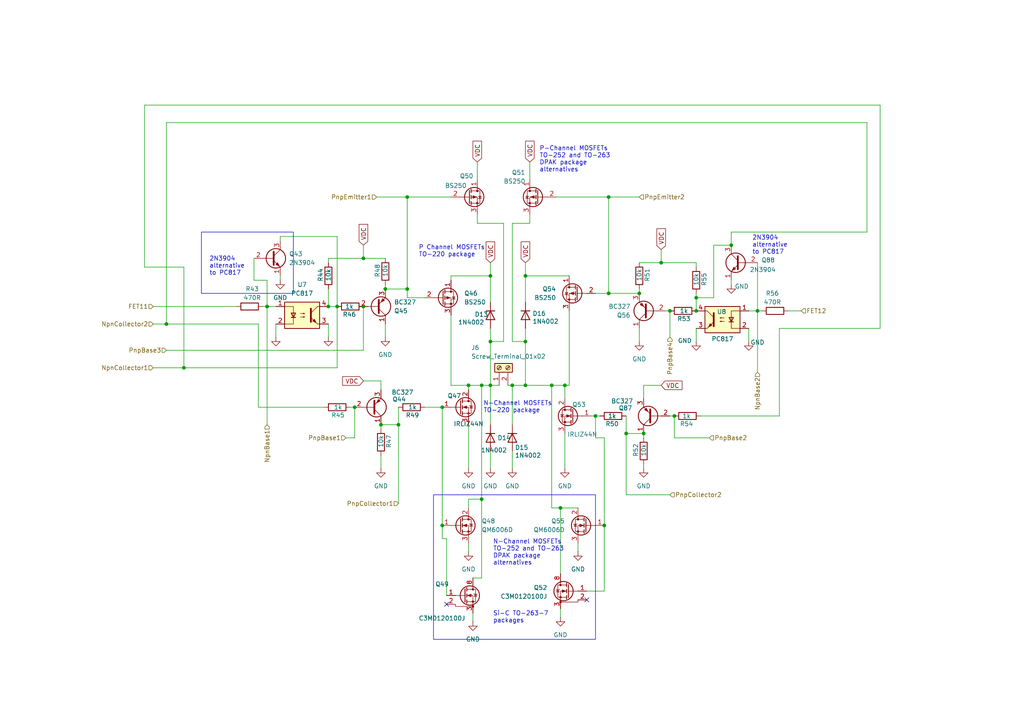
<source format=kicad_sch>
(kicad_sch (version 20250114) (generator "eeschema") (generator_version "9.0")
  (paper "A4")
  (lib_symbols
    (symbol "Connector:Screw_Terminal_01x02" (pin_names (offset 1.016) (hide yes))
      (property "Reference" "J" (at 0 2.54 0))
      (property "Value" "Screw_Terminal_01x02" (at 0 -5.08 0))
      (symbol "Screw_Terminal_01x02_1_1"
        (rectangle (start -1.27 1.27) (end 1.27 -3.81) (stroke (width 0.254)) (fill (type background)))
        (polyline (pts (xy -0.5334 0.3302) (xy 0.3302 -0.508)) (stroke (width 0.1524)))
        (polyline (pts (xy -0.5334 -2.2098) (xy 0.3302 -3.048)) (stroke (width 0.1524)))
        (polyline (pts (xy -0.3556 0.508) (xy 0.508 -0.3302)) (stroke (width 0.1524)))
        (polyline (pts (xy -0.3556 -2.032) (xy 0.508 -2.8702)) (stroke (width 0.1524)))
        (circle (center 0 0) (radius 0.635) (stroke (width 0.1524)))
        (circle (center 0 -2.54) (radius 0.635) (stroke (width 0.1524)))
        (pin passive line (at -5.08 0 0) (length 3.81) (name "Pin_1") (number "1"))
        (pin passive line (at -5.08 -2.54 0) (length 3.81) (name "Pin_2") (number "2"))
      )
    )
    (symbol "Device:R" (pin_numbers (hide yes)) (pin_names (offset 0))
      (property "Reference" "R" (at 2.032 0 90))
      (property "Value" "R" (at 0 0 90))
      (symbol "R_0_1"
        (rectangle (start -1.016 -2.54) (end 1.016 2.54) (stroke (width 0.254)))
      )
      (symbol "R_1_1"
        (pin passive line (at 0 3.81 270) (length 1.27) (name "~") (number "1"))
        (pin passive line (at 0 -3.81 90) (length 1.27) (name "~") (number "2"))
      )
    )
    (symbol "Diode:1N4002" (pin_numbers (hide yes)) (pin_names (hide yes))
      (property "Reference" "D" (at 0 2.54 0))
      (property "Value" "1N4002" (at 0 -2.54 0))
      (symbol "1N4002_0_1"
        (polyline (pts (xy -1.27 1.27) (xy -1.27 -1.27)) (stroke (width 0.254)))
        (polyline (pts (xy 1.27 1.27) (xy 1.27 -1.27) (xy -1.27 0) (xy 1.27 1.27)) (stroke (width 0.254)))
        (polyline (pts (xy 1.27 0) (xy -1.27 0)))
      )
      (symbol "1N4002_1_1"
        (pin passive line (at -3.81 0 0) (length 2.54) (name "K") (number "1"))
        (pin passive line (at 3.81 0 180) (length 2.54) (name "A") (number "2"))
      )
    )
    (symbol "Isolator:PC817" (pin_names (offset 1.016))
      (property "Reference" "U" (at -5.08 5.08 0))
      (property "Value" "PC817" (at 0 5.08 0))
      (symbol "PC817_0_1"
        (rectangle (start -5.08 3.81) (end 5.08 -3.81) (stroke (width 0.254)) (fill (type background)))
        (polyline (pts (xy -5.08 2.54) (xy -2.54 2.54) (xy -2.54 -0.635)))
        (polyline (pts (xy -3.175 -0.635) (xy -1.905 -0.635)) (stroke (width 0.254)))
        (polyline (pts (xy -2.54 -0.635) (xy -2.54 -2.54) (xy -5.08 -2.54)))
        (polyline (pts (xy -2.54 -0.635) (xy -3.175 0.635) (xy -1.905 0.635) (xy -2.54 -0.635)) (stroke (width 0.254)))
        (polyline (pts (xy -0.508 0.508) (xy 0.762 0.508) (xy 0.381 0.381) (xy 0.381 0.635) (xy 0.762 0.508)))
        (polyline (pts (xy -0.508 -0.508) (xy 0.762 -0.508) (xy 0.381 -0.635) (xy 0.381 -0.381) (xy 0.762 -0.508)))
        (polyline (pts (xy 2.54 1.905) (xy 2.54 -1.905) (xy 2.54 -1.905)) (stroke (width 0.508)))
        (polyline (pts (xy 2.54 0.635) (xy 4.445 2.54)))
        (polyline (pts (xy 3.048 -1.651) (xy 3.556 -1.143) (xy 4.064 -2.159) (xy 3.048 -1.651) (xy 3.048 -1.651)) (fill (type outline)))
        (polyline (pts (xy 4.445 2.54) (xy 5.08 2.54)))
        (polyline (pts (xy 4.445 -2.54) (xy 2.54 -0.635)) (fill (type outline)))
        (polyline (pts (xy 4.445 -2.54) (xy 5.08 -2.54)))
      )
      (symbol "PC817_1_1"
        (pin passive line (at -7.62 2.54 0) (length 2.54) (name "~") (number "1"))
        (pin passive line (at -7.62 -2.54 0) (length 2.54) (name "~") (number "2"))
        (pin passive line (at 7.62 2.54 180) (length 2.54) (name "~") (number "4"))
        (pin passive line (at 7.62 -2.54 180) (length 2.54) (name "~") (number "3"))
      )
    )
    (symbol "Transistor_BJT:2N3904" (pin_names (offset 0) (hide yes))
      (property "Reference" "Q" (at 5.08 1.905 0))
      (property "Value" "2N3904" (at 5.08 0 0))
      (symbol "2N3904_0_1"
        (polyline (pts (xy -2.54 0) (xy 0.635 0)))
        (polyline (pts (xy 0.635 1.905) (xy 0.635 -1.905)) (stroke (width 0.508)))
        (circle (center 1.27 0) (radius 2.8194) (stroke (width 0.254)))
      )
      (symbol "2N3904_1_1"
        (polyline (pts (xy 0.635 0.635) (xy 2.54 2.54)))
        (polyline (pts (xy 0.635 -0.635) (xy 2.54 -2.54)))
        (polyline (pts (xy 1.27 -1.778) (xy 1.778 -1.27) (xy 2.286 -2.286) (xy 1.27 -1.778)) (fill (type outline)))
        (pin input line (at -5.08 0 0) (length 2.54) (name "B") (number "2"))
        (pin passive line (at 2.54 5.08 270) (length 2.54) (name "C") (number "3"))
        (pin passive line (at 2.54 -5.08 90) (length 2.54) (name "E") (number "1"))
      )
    )
    (symbol "Transistor_BJT:BC327" (pin_names (offset 0) (hide yes))
      (property "Reference" "Q" (at 5.08 1.905 0))
      (property "Value" "BC327" (at 5.08 0 0))
      (symbol "BC327_0_1"
        (polyline (pts (xy -2.54 0) (xy 0.635 0)))
        (polyline (pts (xy 0.635 1.905) (xy 0.635 -1.905)) (stroke (width 0.508)))
        (polyline (pts (xy 0.635 0.635) (xy 2.54 2.54)))
        (polyline (pts (xy 0.635 -0.635) (xy 2.54 -2.54)))
        (circle (center 1.27 0) (radius 2.8194) (stroke (width 0.254)))
        (polyline (pts (xy 2.286 -1.778) (xy 1.778 -2.286) (xy 1.27 -1.27) (xy 2.286 -1.778)) (fill (type outline)))
      )
      (symbol "BC327_1_1"
        (pin input line (at -5.08 0 0) (length 2.54) (name "B") (number "2"))
        (pin passive line (at 2.54 5.08 270) (length 2.54) (name "C") (number "1"))
        (pin passive line (at 2.54 -5.08 90) (length 2.54) (name "E") (number "3"))
      )
    )
    (symbol "Transistor_FET:BS250" (pin_names (hide yes))
      (property "Reference" "Q" (at 5.08 1.905 0))
      (property "Value" "BS250" (at 5.08 0 0))
      (symbol "BS250_0_1"
        (polyline (pts (xy 0.254 1.905) (xy 0.254 -1.905)) (stroke (width 0.254)))
        (polyline (pts (xy 0.254 0) (xy -2.54 0)))
        (polyline (pts (xy 0.762 2.286) (xy 0.762 1.27)) (stroke (width 0.254)))
        (polyline (pts (xy 0.762 1.778) (xy 3.302 1.778) (xy 3.302 -1.778) (xy 0.762 -1.778)))
        (polyline (pts (xy 0.762 0.508) (xy 0.762 -0.508)) (stroke (width 0.254)))
        (polyline (pts (xy 0.762 -1.27) (xy 0.762 -2.286)) (stroke (width 0.254)))
        (circle (center 1.651 0) (radius 2.794) (stroke (width 0.254)))
        (polyline (pts (xy 2.286 0) (xy 1.27 0.381) (xy 1.27 -0.381) (xy 2.286 0)) (fill (type outline)))
        (polyline (pts (xy 2.54 2.54) (xy 2.54 1.778)))
        (circle (center 2.54 1.778) (radius 0.254) (fill (type outline)))
        (circle (center 2.54 -1.778) (radius 0.254) (fill (type outline)))
        (polyline (pts (xy 2.54 -2.54) (xy 2.54 0) (xy 0.762 0)))
        (polyline (pts (xy 2.794 -0.508) (xy 2.921 -0.381) (xy 3.683 -0.381) (xy 3.81 -0.254)))
        (polyline (pts (xy 3.302 -0.381) (xy 2.921 0.254) (xy 3.683 0.254) (xy 3.302 -0.381)))
      )
      (symbol "BS250_1_1"
        (pin input line (at -5.08 0 0) (length 2.54) (name "G") (number "2"))
        (pin passive line (at 2.54 5.08 270) (length 2.54) (name "D") (number "1"))
        (pin passive line (at 2.54 -5.08 90) (length 2.54) (name "S") (number "3"))
      )
    )
    (symbol "Transistor_FET:C3M0120100J" (pin_names (hide yes))
      (property "Reference" "Q" (at 5.08 1.905 0))
      (property "Value" "C3M0120100J" (at 5.08 0 0))
      (symbol "C3M0120100J_0_1"
        (polyline (pts (xy -2.54 -2.54) (xy -2.54 -3.175) (xy 2.54 -3.175)))
        (polyline (pts (xy 0.254 1.905) (xy 0.254 -1.905)) (stroke (width 0.254)))
        (polyline (pts (xy 0.254 0) (xy -2.54 0)))
        (polyline (pts (xy 0.762 2.286) (xy 0.762 1.27)) (stroke (width 0.254)))
        (polyline (pts (xy 0.762 0.508) (xy 0.762 -0.508)) (stroke (width 0.254)))
        (polyline (pts (xy 0.762 -1.27) (xy 0.762 -2.286)) (stroke (width 0.254)))
        (polyline (pts (xy 0.762 -1.778) (xy 3.302 -1.778) (xy 3.302 1.778) (xy 0.762 1.778)))
        (polyline (pts (xy 1.016 0) (xy 2.032 0.381) (xy 2.032 -0.381) (xy 1.016 0)) (fill (type outline)))
        (circle (center 1.651 0) (radius 2.794) (stroke (width 0.254)))
        (polyline (pts (xy 2.54 2.54) (xy 2.54 1.778)))
        (circle (center 2.54 1.778) (radius 0.254) (fill (type outline)))
        (circle (center 2.54 -1.778) (radius 0.254) (fill (type outline)))
        (polyline (pts (xy 2.54 -2.54) (xy 2.54 0) (xy 0.762 0)))
        (circle (center 2.54 -3.175) (radius 0.2794) (fill (type outline)))
        (polyline (pts (xy 2.794 0.508) (xy 2.921 0.381) (xy 3.683 0.381) (xy 3.81 0.254)))
        (polyline (pts (xy 3.302 0.381) (xy 2.921 -0.254) (xy 3.683 -0.254) (xy 3.302 0.381)))
      )
      (symbol "C3M0120100J_1_1"
        (pin input line (at -5.08 0 0) (length 2.54) (name "G") (number "1"))
        (pin passive line (at -5.08 -2.54 0) (length 2.54) (name "DS") (number "2"))
        (pin passive line (at 2.54 5.08 270) (length 2.54) (name "D") (number "8"))
        (pin passive line (at 2.54 -5.08 90) (length 2.54) (name "S") (number "3"))
        (pin passive line (at 2.54 -5.08 90) (length 2.54) (hide yes) (name "S") (number "4"))
        (pin passive line (at 2.54 -5.08 90) (length 2.54) (hide yes) (name "S") (number "5"))
        (pin passive line (at 2.54 -5.08 90) (length 2.54) (hide yes) (name "S") (number "6"))
        (pin passive line (at 2.54 -5.08 90) (length 2.54) (hide yes) (name "S") (number "7"))
      )
    )
    (symbol "Transistor_FET:IRLIZ44N" (pin_names (hide yes))
      (property "Reference" "Q" (at 5.08 1.905 0))
      (property "Value" "IRLIZ44N" (at 5.08 0 0))
      (symbol "IRLIZ44N_0_1"
        (polyline (pts (xy 0.254 1.905) (xy 0.254 -1.905)) (stroke (width 0.254)))
        (polyline (pts (xy 0.254 0) (xy -2.54 0)))
        (polyline (pts (xy 0.762 2.286) (xy 0.762 1.27)) (stroke (width 0.254)))
        (polyline (pts (xy 0.762 0.508) (xy 0.762 -0.508)) (stroke (width 0.254)))
        (polyline (pts (xy 0.762 -1.27) (xy 0.762 -2.286)) (stroke (width 0.254)))
        (polyline (pts (xy 0.762 -1.778) (xy 3.302 -1.778) (xy 3.302 1.778) (xy 0.762 1.778)))
        (polyline (pts (xy 1.016 0) (xy 2.032 0.381) (xy 2.032 -0.381) (xy 1.016 0)) (fill (type outline)))
        (circle (center 1.651 0) (radius 2.794) (stroke (width 0.254)))
        (polyline (pts (xy 2.54 2.54) (xy 2.54 1.778)))
        (circle (center 2.54 1.778) (radius 0.254) (fill (type outline)))
        (circle (center 2.54 -1.778) (radius 0.254) (fill (type outline)))
        (polyline (pts (xy 2.54 -2.54) (xy 2.54 0) (xy 0.762 0)))
        (polyline (pts (xy 2.794 0.508) (xy 2.921 0.381) (xy 3.683 0.381) (xy 3.81 0.254)))
        (polyline (pts (xy 3.302 0.381) (xy 2.921 -0.254) (xy 3.683 -0.254) (xy 3.302 0.381)))
      )
      (symbol "IRLIZ44N_1_1"
        (pin input line (at -5.08 0 0) (length 2.54) (name "G") (number "1"))
        (pin passive line (at 2.54 5.08 270) (length 2.54) (name "D") (number "2"))
        (pin passive line (at 2.54 -5.08 90) (length 2.54) (name "S") (number "3"))
      )
    )
    (symbol "Transistor_FET:QM6006D" (pin_names (hide yes))
      (property "Reference" "Q" (at 5.08 1.905 0))
      (property "Value" "QM6006D" (at 5.08 0 0))
      (symbol "QM6006D_0_1"
        (polyline (pts (xy 0.254 1.905) (xy 0.254 -1.905)) (stroke (width 0.254)))
        (polyline (pts (xy 0.254 0) (xy -2.54 0)))
        (polyline (pts (xy 0.762 2.286) (xy 0.762 1.27)) (stroke (width 0.254)))
        (polyline (pts (xy 0.762 0.508) (xy 0.762 -0.508)) (stroke (width 0.254)))
        (polyline (pts (xy 0.762 -1.27) (xy 0.762 -2.286)) (stroke (width 0.254)))
        (polyline (pts (xy 0.762 -1.778) (xy 3.302 -1.778) (xy 3.302 1.778) (xy 0.762 1.778)))
        (polyline (pts (xy 1.016 0) (xy 2.032 0.381) (xy 2.032 -0.381) (xy 1.016 0)) (fill (type outline)))
        (circle (center 1.651 0) (radius 2.794) (stroke (width 0.254)))
        (polyline (pts (xy 2.54 2.54) (xy 2.54 1.778)))
        (circle (center 2.54 1.778) (radius 0.254) (fill (type outline)))
        (circle (center 2.54 -1.778) (radius 0.254) (fill (type outline)))
        (polyline (pts (xy 2.54 -2.54) (xy 2.54 0) (xy 0.762 0)))
        (polyline (pts (xy 2.794 0.508) (xy 2.921 0.381) (xy 3.683 0.381) (xy 3.81 0.254)))
        (polyline (pts (xy 3.302 0.381) (xy 2.921 -0.254) (xy 3.683 -0.254) (xy 3.302 0.381)))
      )
      (symbol "QM6006D_1_1"
        (pin input line (at -5.08 0 0) (length 2.54) (name "G") (number "1"))
        (pin passive line (at 2.54 5.08 270) (length 2.54) (name "D") (number "2"))
        (pin passive line (at 2.54 -5.08 90) (length 2.54) (name "S") (number "3"))
      )
    )
    (symbol "power:GND" (power) (pin_numbers (hide yes)) (pin_names (offset 0) (hide yes))
      (property "Value" "GND" (at 0 -3.81 0))
      (symbol "GND_0_1"
        (polyline (pts (xy 0 0) (xy 0 -1.27) (xy 1.27 -1.27) (xy 0 -2.54) (xy -1.27 -1.27) (xy 0 -1.27)))
      )
      (symbol "GND_1_1"
        (pin power_in line (at 0 0 270) (length 0) (name "~") (number "1"))
      )
    )
  )
  (rectangle (start 58.42 67.31) (end 85.09 85.09))
  (rectangle (start 125.73 143.51) (end 172.72 185.42))
  (text "P Channel MOSFETs\nTO-220 package" (at 121.412 72.898 0) (effects (font (size 1.27 1.27)) (justify left)))
  (text "2N3904 \nalternative\nto PC817" (at 60.706 77.216 0) (effects (font (size 1.27 1.27)) (justify left)))
  (text "Si-C TO-263-7\npackages" (at 143.002 179.07 0) (effects (font (size 1.27 1.27)) (justify left)))
  (text "N-Channel MOSFETs\nTO-220 package" (at 140.208 118.11 0) (effects (font (size 1.27 1.27)) (justify left)))
  (text "P-Channel MOSFETs\nTO-252 and TO-263\nDPAK package \nalternatives" (at 156.464 46.228 0) (effects (font (size 1.27 1.27)) (justify left)))
  (text "N-Channel MOSFETs\nTO-252 and TO-263\nDPAK package \nalternatives" (at 143.002 160.274 0) (effects (font (size 1.27 1.27)) (justify left)))
  (text "2N3904 \nalternative\nto PC817" (at 218.186 71.12 0) (effects (font (size 1.27 1.27)) (justify left)))
  (junction (at 111.76 83.82))
  (junction (at 115.57 123.19))
  (junction (at 110.49 123.19))
  (junction (at 176.53 57.15))
  (junction (at 162.56 147.32))
  (junction (at 152.4 99.06))
  (junction (at 201.93 86.36))
  (junction (at 194.31 90.17))
  (junction (at 152.4 80.01))
  (junction (at 118.11 83.82))
  (junction (at 105.41 74.93))
  (junction (at 176.53 85.09))
  (junction (at 139.7 111.76))
  (junction (at 185.42 85.09))
  (junction (at 102.87 118.11))
  (junction (at 195.58 120.65))
  (junction (at 142.24 111.76))
  (junction (at 128.27 152.4))
  (junction (at 201.93 90.17))
  (junction (at 97.79 88.9))
  (junction (at 48.26 93.98))
  (junction (at 160.02 111.76))
  (junction (at 181.61 125.73))
  (junction (at 135.89 111.76))
  (junction (at 105.41 88.9))
  (junction (at 118.11 57.15))
  (junction (at 142.24 99.06))
  (junction (at 191.77 76.2))
  (junction (at 148.59 111.76))
  (junction (at 175.26 152.4))
  (junction (at 142.24 80.01))
  (junction (at 139.7 144.78))
  (junction (at 77.47 88.9))
  (junction (at 53.34 106.68))
  (junction (at 219.71 90.17))
  (junction (at 163.83 111.76))
  (junction (at 172.72 120.65))
  (junction (at 186.69 125.73))
  (junction (at 152.4 111.76))
  (junction (at 212.09 71.12))
  (junction (at 95.25 88.9))
  (junction (at 128.27 118.11))
  (no_connect (at 170.18 173.99))
  (no_connect (at 129.54 175.26))
  (wire (pts (xy 115.57 118.11) (xy 115.57 123.19)))
  (wire (pts (xy 212.09 67.31) (xy 251.46 67.31)))
  (wire (pts (xy 163.83 115.57) (xy 163.83 111.76)))
  (wire (pts (xy 130.81 111.76) (xy 135.89 111.76)))
  (wire (pts (xy 220.98 90.17) (xy 219.71 90.17)))
  (wire (pts (xy 138.43 62.23) (xy 138.43 64.77)))
  (wire (pts (xy 146.05 64.77) (xy 146.05 99.06)))
  (wire (pts (xy 142.24 80.01) (xy 142.24 87.63)))
  (wire (pts (xy 226.06 120.65) (xy 203.2 120.65)))
  (wire (pts (xy 137.16 177.8) (xy 137.16 180.34)))
  (wire (pts (xy 95.25 74.93) (xy 105.41 74.93)))
  (wire (pts (xy 162.56 176.53) (xy 162.56 179.07)))
  (wire (pts (xy 77.47 81.28) (xy 77.47 88.9)))
  (wire (pts (xy 152.4 80.01) (xy 165.1 80.01)))
  (wire (pts (xy 105.41 88.9) (xy 104.14 88.9)))
  (wire (pts (xy 41.91 77.47) (xy 53.34 77.47)))
  (wire (pts (xy 171.45 120.65) (xy 172.72 120.65)))
  (wire (pts (xy 135.89 123.19) (xy 135.89 135.89)))
  (wire (pts (xy 110.49 123.19) (xy 110.49 124.46)))
  (wire (pts (xy 74.93 93.98) (xy 48.26 93.98)))
  (wire (pts (xy 105.41 74.93) (xy 111.76 74.93)))
  (wire (pts (xy 162.56 166.37) (xy 162.56 147.32)))
  (wire (pts (xy 251.46 67.31) (xy 251.46 35.56)))
  (wire (pts (xy 130.81 80.01) (xy 142.24 80.01)))
  (wire (pts (xy 97.79 68.58) (xy 97.79 88.9)))
  (wire (pts (xy 212.09 67.31) (xy 212.09 71.12)))
  (wire (pts (xy 139.7 144.78) (xy 139.7 111.76)))
  (wire (pts (xy 195.58 127) (xy 195.58 120.65)))
  (wire (pts (xy 175.26 127) (xy 172.72 127)))
  (wire (pts (xy 228.6 90.17) (xy 232.41 90.17)))
  (wire (pts (xy 118.11 57.15) (xy 130.81 57.15)))
  (wire (pts (xy 48.26 93.98) (xy 44.45 93.98)))
  (wire (pts (xy 175.26 152.4) (xy 175.26 127)))
  (wire (pts (xy 105.41 110.49) (xy 110.49 110.49)))
  (wire (pts (xy 176.53 85.09) (xy 185.42 85.09)))
  (wire (pts (xy 130.81 91.44) (xy 130.81 111.76)))
  (wire (pts (xy 128.27 156.21) (xy 128.27 152.4)))
  (wire (pts (xy 102.87 127) (xy 102.87 118.11)))
  (wire (pts (xy 255.27 95.25) (xy 255.27 30.48)))
  (wire (pts (xy 135.89 111.76) (xy 135.89 113.03)))
  (wire (pts (xy 185.42 95.25) (xy 185.42 99.06)))
  (wire (pts (xy 186.69 125.73) (xy 186.69 127)))
  (wire (pts (xy 148.59 64.77) (xy 148.59 99.06)))
  (wire (pts (xy 255.27 30.48) (xy 41.91 30.48)))
  (wire (pts (xy 194.31 143.51) (xy 181.61 143.51)))
  (wire (pts (xy 135.89 144.78) (xy 139.7 144.78)))
  (wire (pts (xy 160.02 147.32) (xy 162.56 147.32)))
  (wire (pts (xy 97.79 88.9) (xy 95.25 88.9)))
  (wire (pts (xy 212.09 82.55) (xy 212.09 81.28)))
  (wire (pts (xy 110.49 132.08) (xy 110.49 135.89)))
  (wire (pts (xy 191.77 76.2) (xy 185.42 76.2)))
  (wire (pts (xy 186.69 134.62) (xy 186.69 135.89)))
  (wire (pts (xy 251.46 35.56) (xy 48.26 35.56)))
  (wire (pts (xy 201.93 95.25) (xy 201.93 99.06)))
  (wire (pts (xy 109.22 57.15) (xy 118.11 57.15)))
  (wire (pts (xy 118.11 83.82) (xy 111.76 83.82)))
  (wire (pts (xy 165.1 111.76) (xy 163.83 111.76)))
  (wire (pts (xy 142.24 111.76) (xy 139.7 111.76)))
  (wire (pts (xy 48.26 35.56) (xy 48.26 93.98)))
  (wire (pts (xy 172.72 85.09) (xy 176.53 85.09)))
  (wire (pts (xy 118.11 86.36) (xy 123.19 86.36)))
  (wire (pts (xy 201.93 77.47) (xy 201.93 76.2)))
  (wire (pts (xy 144.78 111.76) (xy 142.24 111.76)))
  (wire (pts (xy 142.24 130.81) (xy 142.24 135.89)))
  (wire (pts (xy 163.83 111.76) (xy 160.02 111.76)))
  (wire (pts (xy 95.25 76.2) (xy 95.25 74.93)))
  (wire (pts (xy 175.26 171.45) (xy 175.26 152.4)))
  (wire (pts (xy 135.89 157.48) (xy 135.89 160.02)))
  (wire (pts (xy 80.01 93.98) (xy 80.01 97.79)))
  (wire (pts (xy 148.59 130.81) (xy 148.59 135.89)))
  (wire (pts (xy 176.53 57.15) (xy 185.42 57.15)))
  (wire (pts (xy 100.33 127) (xy 102.87 127)))
  (wire (pts (xy 152.4 80.01) (xy 152.4 87.63)))
  (wire (pts (xy 95.25 83.82) (xy 95.25 88.9)))
  (wire (pts (xy 207.01 71.12) (xy 212.09 71.12)))
  (wire (pts (xy 44.45 106.68) (xy 53.34 106.68)))
  (wire (pts (xy 153.67 64.77) (xy 153.67 62.23)))
  (wire (pts (xy 138.43 64.77) (xy 146.05 64.77)))
  (wire (pts (xy 105.41 101.6) (xy 105.41 88.9)))
  (wire (pts (xy 123.19 118.11) (xy 128.27 118.11)))
  (wire (pts (xy 201.93 85.09) (xy 201.93 86.36)))
  (wire (pts (xy 162.56 147.32) (xy 167.64 147.32)))
  (wire (pts (xy 73.66 74.93) (xy 73.66 81.28)))
  (wire (pts (xy 226.06 95.25) (xy 255.27 95.25)))
  (wire (pts (xy 217.17 90.17) (xy 219.71 90.17)))
  (wire (pts (xy 172.72 127) (xy 172.72 120.65)))
  (wire (pts (xy 201.93 86.36) (xy 201.93 90.17)))
  (wire (pts (xy 194.31 90.17) (xy 193.04 90.17)))
  (wire (pts (xy 181.61 120.65) (xy 181.61 125.73)))
  (wire (pts (xy 139.7 144.78) (xy 139.7 167.64)))
  (wire (pts (xy 95.25 93.98) (xy 95.25 97.79)))
  (wire (pts (xy 152.4 99.06) (xy 152.4 111.76)))
  (wire (pts (xy 219.71 107.95) (xy 219.71 90.17)))
  (wire (pts (xy 217.17 95.25) (xy 217.17 99.06)))
  (wire (pts (xy 129.54 156.21) (xy 128.27 156.21)))
  (wire (pts (xy 128.27 118.11) (xy 128.27 152.4)))
  (wire (pts (xy 181.61 143.51) (xy 181.61 125.73)))
  (wire (pts (xy 111.76 93.98) (xy 111.76 97.79)))
  (wire (pts (xy 160.02 111.76) (xy 160.02 147.32)))
  (wire (pts (xy 191.77 111.76) (xy 186.69 111.76)))
  (wire (pts (xy 110.49 110.49) (xy 110.49 113.03)))
  (wire (pts (xy 111.76 82.55) (xy 111.76 83.82)))
  (wire (pts (xy 201.93 76.2) (xy 191.77 76.2)))
  (wire (pts (xy 148.59 111.76) (xy 148.59 123.19)))
  (wire (pts (xy 142.24 95.25) (xy 142.24 99.06)))
  (wire (pts (xy 176.53 57.15) (xy 176.53 85.09)))
  (wire (pts (xy 148.59 99.06) (xy 152.4 99.06)))
  (wire (pts (xy 81.28 68.58) (xy 81.28 69.85)))
  (wire (pts (xy 163.83 125.73) (xy 163.83 135.89)))
  (wire (pts (xy 105.41 71.12) (xy 105.41 74.93)))
  (wire (pts (xy 207.01 86.36) (xy 207.01 71.12)))
  (wire (pts (xy 81.28 80.01) (xy 81.28 81.28)))
  (wire (pts (xy 73.66 81.28) (xy 77.47 81.28)))
  (wire (pts (xy 74.93 118.11) (xy 93.98 118.11)))
  (wire (pts (xy 219.71 76.2) (xy 219.71 90.17)))
  (wire (pts (xy 170.18 171.45) (xy 175.26 171.45)))
  (wire (pts (xy 129.54 172.72) (xy 129.54 156.21)))
  (wire (pts (xy 97.79 106.68) (xy 97.79 88.9)))
  (wire (pts (xy 191.77 72.39) (xy 191.77 76.2)))
  (wire (pts (xy 139.7 111.76) (xy 135.89 111.76)))
  (wire (pts (xy 172.72 120.65) (xy 173.99 120.65)))
  (wire (pts (xy 152.4 76.2) (xy 152.4 80.01)))
  (wire (pts (xy 142.24 99.06) (xy 142.24 111.76)))
  (wire (pts (xy 153.67 46.99) (xy 153.67 52.07)))
  (wire (pts (xy 130.81 80.01) (xy 130.81 81.28)))
  (wire (pts (xy 41.91 30.48) (xy 41.91 77.47)))
  (wire (pts (xy 53.34 77.47) (xy 53.34 106.68)))
  (wire (pts (xy 186.69 111.76) (xy 186.69 115.57)))
  (wire (pts (xy 53.34 106.68) (xy 97.79 106.68)))
  (wire (pts (xy 142.24 76.2) (xy 142.24 80.01)))
  (wire (pts (xy 137.16 167.64) (xy 139.7 167.64)))
  (wire (pts (xy 118.11 57.15) (xy 118.11 83.82)))
  (wire (pts (xy 165.1 90.17) (xy 165.1 111.76)))
  (wire (pts (xy 48.26 101.6) (xy 105.41 101.6)))
  (wire (pts (xy 205.74 127) (xy 195.58 127)))
  (wire (pts (xy 167.64 157.48) (xy 167.64 160.02)))
  (wire (pts (xy 76.2 88.9) (xy 77.47 88.9)))
  (wire (pts (xy 148.59 111.76) (xy 152.4 111.76)))
  (wire (pts (xy 115.57 123.19) (xy 115.57 146.05)))
  (wire (pts (xy 152.4 95.25) (xy 152.4 99.06)))
  (wire (pts (xy 44.45 88.9) (xy 68.58 88.9)))
  (wire (pts (xy 160.02 111.76) (xy 152.4 111.76)))
  (wire (pts (xy 81.28 68.58) (xy 97.79 68.58)))
  (wire (pts (xy 194.31 120.65) (xy 195.58 120.65)))
  (wire (pts (xy 194.31 97.79) (xy 194.31 90.17)))
  (wire (pts (xy 201.93 86.36) (xy 207.01 86.36)))
  (wire (pts (xy 110.49 123.19) (xy 115.57 123.19)))
  (wire (pts (xy 77.47 88.9) (xy 77.47 123.19)))
  (wire (pts (xy 161.29 57.15) (xy 176.53 57.15)))
  (wire (pts (xy 118.11 86.36) (xy 118.11 83.82)))
  (wire (pts (xy 226.06 95.25) (xy 226.06 120.65)))
  (wire (pts (xy 153.67 64.77) (xy 148.59 64.77)))
  (wire (pts (xy 74.93 93.98) (xy 74.93 118.11)))
  (wire (pts (xy 135.89 147.32) (xy 135.89 144.78)))
  (wire (pts (xy 185.42 83.82) (xy 185.42 85.09)))
  (wire (pts (xy 102.87 118.11) (xy 101.6 118.11)))
  (wire (pts (xy 138.43 46.99) (xy 138.43 52.07)))
  (wire (pts (xy 146.05 99.06) (xy 142.24 99.06)))
  (wire (pts (xy 142.24 111.76) (xy 142.24 123.19)))
  (wire (pts (xy 77.47 88.9) (xy 80.01 88.9)))
  (wire (pts (xy 181.61 125.73) (xy 186.69 125.73)))
  (wire (pts (xy 148.59 111.76) (xy 147.32 111.76)))
  (global_label "VDC" (shape input) (at 142.24 76.2 90) (property "Intersheetrefs" "${INTERSHEET_REFS}" (effects (hide yes))))
  (global_label "VDC" (shape input) (at 191.77 72.39 90) (property "Intersheetrefs" "${INTERSHEET_REFS}" (effects (hide yes))))
  (global_label "VDC" (shape input) (at 191.77 111.76 0) (property "Intersheetrefs" "${INTERSHEET_REFS}" (effects (hide yes))))
  (global_label "VDC" (shape input) (at 152.4 76.2 90) (property "Intersheetrefs" "${INTERSHEET_REFS}" (effects (hide yes))))
  (global_label "VDC" (shape input) (at 153.67 46.99 90) (property "Intersheetrefs" "${INTERSHEET_REFS}" (effects (hide yes))))
  (global_label "VDC" (shape input) (at 105.41 110.49 180) (property "Intersheetrefs" "${INTERSHEET_REFS}" (effects (hide yes))))
  (global_label "VDC" (shape input) (at 105.41 71.12 90) (property "Intersheetrefs" "${INTERSHEET_REFS}" (effects (hide yes))))
  (global_label "VDC" (shape input) (at 138.43 46.99 90) (property "Intersheetrefs" "${INTERSHEET_REFS}" (effects (hide yes))))
  (hierarchical_label "PnpBase1" (shape input) (at 100.33 127 180))
  (hierarchical_label "PnpEmitter2" (shape input) (at 185.42 57.15 0))
  (hierarchical_label "NpnBase2" (shape input) (at 219.71 107.95 270))
  (hierarchical_label "NpnCollector2" (shape input) (at 44.45 93.98 180))
  (hierarchical_label "NpnCollector1" (shape input) (at 44.45 106.68 180))
  (hierarchical_label "PnpCollector2" (shape input) (at 194.31 143.51 0))
  (hierarchical_label "NpnBase1" (shape input) (at 77.47 123.19 270))
  (hierarchical_label "PnpBase2" (shape input) (at 205.74 127 0))
  (hierarchical_label "PnpBase4" (shape input) (at 194.31 97.79 270))
  (hierarchical_label "PnpCollector1" (shape input) (at 115.57 146.05 180))
  (hierarchical_label "PnpEmitter1" (shape input) (at 109.22 57.15 180))
  (hierarchical_label "FET12" (shape input) (at 232.41 90.17 0))
  (hierarchical_label "FET11" (shape input) (at 44.45 88.9 180) (property "Netclass" "Default" (effects (hide yes))))
  (hierarchical_label "PnpBase3" (shape input) (at 48.26 101.6 180))
  (symbol (lib_id "Transistor_BJT:2N3904") (at 78.74 74.93 0) (unit 1)
    (property "Reference" "Q43" (at 83.82 73.6599 0) (effects (justify left)))
    (property "Value" "2N3904" (at 83.82 76.1999 0) (effects (justify left)))
    (property "Footprint" "Footprints:TO-92_Expanded" (effects (hide yes)))
    (property "Datasheet" "https://www.onsemi.com/pub/Collateral/2N3903-D.PDF" (effects (hide yes)))
    (property "Description" "0.2A Ic, 40V Vce, Small Signal NPN Transistor, TO-92" (effects (hide yes)))
  )
  (symbol (lib_id "Device:R") (at 101.6 88.9 270) (unit 1)
    (property "Reference" "R46" (at 101.346 91.186 90))
    (property "Value" "1k" (at 101.346 88.9 90))
    (property "Footprint" "Footprints:R_Axial_Clean" (effects (hide yes)))
    (property "Description" "Resistor" (effects (hide yes)))
  )
  (symbol (lib_id "Transistor_BJT:BC327") (at 107.95 118.11 0) (mirror x) (unit 1)
    (property "Reference" "Q44" (at 113.792 115.824 0) (effects (justify left)))
    (property "Value" "BC327" (at 113.538 113.792 0) (effects (justify left)))
    (property "Footprint" "Footprints:TO-92_Expanded" (effects (hide yes)))
    (property "Datasheet" "http://www.onsemi.com/pub_link/Collateral/BC327-D.PDF" (effects (hide yes)))
    (property "Description" "0.8A Ic, 45V Vce, PNP Transistor, TO-92" (effects (hide yes)))
  )
  (symbol (lib_id "Device:R") (at 97.79 118.11 90) (mirror x) (unit 1)
    (property "Reference" "R45" (at 98.044 120.396 90))
    (property "Value" "1k" (at 98.044 118.11 90))
    (property "Footprint" "Footprints:R_Axial_Clean" (effects (hide yes)))
    (property "Description" "Resistor" (effects (hide yes)))
  )
  (symbol (lib_id "Diode:1N4002") (at 152.4 91.44 270) (unit 1)
    (property "Reference" "D16" (at 154.432 90.932 90) (effects (justify left)))
    (property "Value" "1N4002" (at 154.432 93.218 90) (effects (justify left)))
    (property "Footprint" "Footprints:D_DO-41_SOD81_P10.16mm_Horizontal" (effects (hide yes)))
    (property "Datasheet" "http://www.vishay.com/docs/88503/1n4001.pdf" (effects (hide yes)))
    (property "Description" "100V 1A General Purpose Rectifier Diode, DO-41" (effects (hide yes)))
    (property "Sim.Device" "D" (effects (hide yes)))
    (property "Sim.Pins" "1=K 2=A" (effects (hide yes)))
  )
  (symbol (lib_id "Device:R") (at 177.8 120.65 270) (unit 1)
    (property "Reference" "R50" (at 177.546 122.936 90))
    (property "Value" "1k" (at 177.546 120.65 90))
    (property "Footprint" "Footprints:R_Axial_Clean" (effects (hide yes)))
    (property "Description" "Resistor" (effects (hide yes)))
  )
  (symbol (lib_id "power:GND") (at 111.76 97.79 0) (unit 1)
    (property "Reference" "#PWR056" (effects (hide yes)))
    (property "Value" "GND" (at 111.76 102.87 0))
    (property "Description" "Power symbol creates a global label with name \"GND\" , ground" (effects (hide yes)))
  )
  (symbol (lib_id "power:GND") (at 135.89 135.89 0) (unit 1)
    (property "Reference" "#PWR057" (effects (hide yes)))
    (property "Value" "GND" (at 135.89 140.97 0))
    (property "Description" "Power symbol creates a global label with name \"GND\" , ground" (effects (hide yes)))
  )
  (symbol (lib_id "Diode:1N4002") (at 148.59 127 270) (unit 1)
    (property "Reference" "D15" (at 149.352 129.794 90) (effects (justify left)))
    (property "Value" "1N4002" (at 149.352 132.08 90) (effects (justify left)))
    (property "Footprint" "Footprints:D_DO-41_SOD81_P10.16mm_Horizontal" (effects (hide yes)))
    (property "Datasheet" "http://www.vishay.com/docs/88503/1n4001.pdf" (effects (hide yes)))
    (property "Description" "100V 1A General Purpose Rectifier Diode, DO-41" (effects (hide yes)))
    (property "Sim.Device" "D" (effects (hide yes)))
    (property "Sim.Pins" "1=K 2=A" (effects (hide yes)))
  )
  (symbol (lib_id "Device:R") (at 224.79 90.17 270) (mirror x) (unit 1)
    (property "Reference" "R56" (at 224.028 85.09 90))
    (property "Value" "470R" (at 224.028 87.63 90))
    (property "Footprint" "Footprints:R_Axial_Clean" (effects (hide yes)))
    (property "Description" "Resistor" (effects (hide yes)))
  )
  (symbol (lib_id "Device:R") (at 95.25 80.01 180) (unit 1)
    (property "Reference" "R44" (at 92.964 79.756 90))
    (property "Value" "10k" (at 95.25 79.756 90))
    (property "Footprint" "Footprints:R_Axial_Clean" (effects (hide yes)))
    (property "Description" "Resistor" (effects (hide yes)))
  )
  (symbol (lib_id "power:GND") (at 163.83 135.89 0) (unit 1)
    (property "Reference" "#PWR063" (effects (hide yes)))
    (property "Value" "GND" (at 163.83 140.97 0))
    (property "Description" "Power symbol creates a global label with name \"GND\" , ground" (effects (hide yes)))
  )
  (symbol (lib_id "Connector:Screw_Terminal_01x02") (at 144.78 106.68 90) (unit 1)
    (property "Reference" "J6" (at 136.652 100.838 90) (effects (justify right)))
    (property "Value" "Screw_Terminal_01x02" (at 136.652 103.378 90) (effects (justify right)))
    (property "Footprint" "Footprints:TerminalBlock_CLEAN_2PIN" (effects (hide yes)))
    (property "Description" "Generic screw terminal, single row, 01x02, script generated (kicad-library-utils/schlib/autogen/connector/)" (effects (hide yes)))
  )
  (symbol (lib_id "Transistor_FET:QM6006D") (at 170.18 152.4 0) (mirror y) (unit 1)
    (property "Reference" "Q55" (at 163.83 151.1299 0) (effects (justify left)))
    (property "Value" "QM6006D" (at 163.83 153.6699 0) (effects (justify left)))
    (property "Footprint" "Footprints:TO-263-2_Extended" (effects (hide yes)))
    (property "Datasheet" "http://www.jaolen.com/images/pdf/QM6006D.pdf" (effects (hide yes)))
    (property "Description" "35A Id, 60V Vds, N-Channel Power MOSFET, 18mOhm Ron, 19.3nC Qg (typ), TO252" (effects (hide yes)))
  )
  (symbol (lib_id "Transistor_BJT:BC327") (at 109.22 88.9 0) (mirror x) (unit 1)
    (property "Reference" "Q45" (at 114.3 90.1701 0) (effects (justify left)))
    (property "Value" "BC327" (at 114.3 87.6301 0) (effects (justify left)))
    (property "Footprint" "Footprints:TO-92_Expanded" (effects (hide yes)))
    (property "Datasheet" "http://www.onsemi.com/pub_link/Collateral/BC327-D.PDF" (effects (hide yes)))
    (property "Description" "0.8A Ic, 45V Vce, PNP Transistor, TO-92" (effects (hide yes)))
  )
  (symbol (lib_id "Transistor_FET:IRLIZ44N") (at 166.37 120.65 0) (mirror y) (unit 1)
    (property "Reference" "Q53" (at 169.926 117.348 0) (effects (justify left)))
    (property "Value" "IRLIZ44N" (at 173.228 125.984 0) (effects (justify left)))
    (property "Footprint" "Footprints:TO-220-3_EXTENDED" (effects (hide yes)))
    (property "Datasheet" "http://www.irf.com/product-info/datasheets/data/irliz44n.pdf" (effects (hide yes)))
    (property "Description" "30A Id, 55V Vds, 22mOhm Rds, N-Channel HEXFET Power MOSFET, TO-220AB" (effects (hide yes)))
  )
  (symbol (lib_id "Device:R") (at 111.76 78.74 180) (unit 1)
    (property "Reference" "R48" (at 109.474 78.486 90))
    (property "Value" "10k" (at 111.76 78.486 90))
    (property "Footprint" "Footprints:R_Axial_Clean" (effects (hide yes)))
    (property "Description" "Resistor" (effects (hide yes)))
  )
  (symbol (lib_id "Transistor_FET:QM6006D") (at 133.35 152.4 0) (unit 1)
    (property "Reference" "Q48" (at 139.7 151.1299 0) (effects (justify left)))
    (property "Value" "QM6006D" (at 139.7 153.6699 0) (effects (justify left)))
    (property "Footprint" "Footprints:TO-263-2_Extended" (effects (hide yes)))
    (property "Datasheet" "http://www.jaolen.com/images/pdf/QM6006D.pdf" (effects (hide yes)))
    (property "Description" "35A Id, 60V Vds, N-Channel Power MOSFET, 18mOhm Ron, 19.3nC Qg (typ), TO252" (effects (hide yes)))
  )
  (symbol (lib_id "Diode:1N4002") (at 142.24 91.44 270) (unit 1)
    (property "Reference" "D13" (at 137.668 91.186 90) (effects (justify left)))
    (property "Value" "1N4002" (at 132.842 93.472 90) (effects (justify left)))
    (property "Footprint" "Footprints:D_DO-41_SOD81_P10.16mm_Horizontal" (effects (hide yes)))
    (property "Datasheet" "http://www.vishay.com/docs/88503/1n4001.pdf" (effects (hide yes)))
    (property "Description" "100V 1A General Purpose Rectifier Diode, DO-41" (effects (hide yes)))
    (property "Sim.Device" "D" (effects (hide yes)))
    (property "Sim.Pins" "1=K 2=A" (effects (hide yes)))
  )
  (symbol (lib_id "power:GND") (at 137.16 180.34 0) (unit 1)
    (property "Reference" "#PWR059" (effects (hide yes)))
    (property "Value" "GND" (at 137.16 185.42 0))
    (property "Description" "Power symbol creates a global label with name \"GND\" , ground" (effects (hide yes)))
  )
  (symbol (lib_id "power:GND") (at 135.89 160.02 0) (unit 1)
    (property "Reference" "#PWR058" (effects (hide yes)))
    (property "Value" "GND" (at 135.89 165.1 0))
    (property "Description" "Power symbol creates a global label with name \"GND\" , ground" (effects (hide yes)))
  )
  (symbol (lib_id "power:GND") (at 95.25 97.79 0) (unit 1)
    (property "Reference" "#PWR054" (effects (hide yes)))
    (property "Value" "GND" (effects (hide yes)))
    (property "Description" "Power symbol creates a global label with name \"GND\" , ground" (effects (hide yes)))
  )
  (symbol (lib_id "Device:R") (at 72.39 88.9 90) (unit 1)
    (property "Reference" "R43" (at 73.152 83.82 90))
    (property "Value" "470R" (at 73.152 86.36 90))
    (property "Footprint" "Footprints:R_Axial_Clean" (effects (hide yes)))
    (property "Description" "Resistor" (effects (hide yes)))
  )
  (symbol (lib_id "Transistor_FET:BS250") (at 135.89 57.15 0) (unit 1)
    (property "Reference" "Q50" (at 133.35 51.054 0) (effects (justify left)))
    (property "Value" "BS250" (at 129.032 53.848 0) (effects (justify left)))
    (property "Footprint" "Footprints:TO-263-2_Extended" (effects (hide yes)))
    (property "Datasheet" "http://www.vishay.com/docs/70209/70209.pdf" (effects (hide yes)))
    (property "Description" "-0.18A Id, -45V Vds, P-Channel MOSFET, TO-92" (effects (hide yes)))
  )
  (symbol (lib_id "Transistor_BJT:2N3904") (at 214.63 76.2 0) (mirror y) (unit 1)
    (property "Reference" "Q88" (at 224.79 75.438 0) (effects (justify left)))
    (property "Value" "2N3904" (at 225.044 78.232 0) (effects (justify left)))
    (property "Footprint" "Footprints:TO-92_Expanded" (effects (hide yes)))
    (property "Datasheet" "https://www.onsemi.com/pub/Collateral/2N3903-D.PDF" (effects (hide yes)))
    (property "Description" "0.2A Ic, 40V Vce, Small Signal NPN Transistor, TO-92" (effects (hide yes)))
  )
  (symbol (lib_id "power:GND") (at 201.93 99.06 0) (mirror y) (unit 1)
    (property "Reference" "#PWR067" (effects (hide yes)))
    (property "Value" "GND" (at 198.628 98.806 0))
    (property "Description" "Power symbol creates a global label with name \"GND\" , ground" (effects (hide yes)))
  )
  (symbol (lib_id "Isolator:PC817") (at 87.63 91.44 0) (unit 1)
    (property "Reference" "U7" (at 87.63 82.55 0))
    (property "Value" "PC817" (at 87.63 85.09 0))
    (property "Footprint" "Footprints:DIP-4_W7.62mm" (effects (hide yes)))
    (property "Datasheet" "http://www.soselectronic.cz/a_info/resource/d/pc817.pdf" (effects (hide yes)))
    (property "Description" "DC Optocoupler, Vce 35V, CTR 50-300%, DIP-4" (effects (hide yes)))
  )
  (symbol (lib_id "Transistor_FET:C3M0120100J") (at 134.62 172.72 0) (unit 1)
    (property "Reference" "Q49" (at 126.238 169.418 0) (effects (justify left)))
    (property "Value" "C3M0120100J" (at 121.412 179.324 0) (effects (justify left)))
    (property "Footprint" "Footprints:TO-263-7_TabPin8" (effects (hide yes)))
    (property "Datasheet" "https://www.wolfspeed.com/media/downloads/957/C3M0120100J.pdf" (effects (hide yes)))
    (property "Description" "22A Id, 1000V Vds, 120mOhm, N-Channel SiC MOSFET, TO-263-7" (effects (hide yes)))
  )
  (symbol (lib_id "Transistor_FET:C3M0120100J") (at 165.1 171.45 0) (mirror y) (unit 1)
    (property "Reference" "Q52" (at 158.75 170.4466 0) (effects (justify left)))
    (property "Value" "C3M0120100J" (at 158.75 172.9866 0) (effects (justify left)))
    (property "Footprint" "Footprints:TO-263-7_TabPin8" (effects (hide yes)))
    (property "Datasheet" "https://www.wolfspeed.com/media/downloads/957/C3M0120100J.pdf" (effects (hide yes)))
    (property "Description" "22A Id, 1000V Vds, 120mOhm, N-Channel SiC MOSFET, TO-263-7" (effects (hide yes)))
  )
  (symbol (lib_id "Transistor_FET:BS250") (at 167.64 85.09 0) (mirror y) (unit 1)
    (property "Reference" "Q54" (at 161.29 83.8199 0) (effects (justify left)))
    (property "Value" "BS250" (at 161.29 86.3599 0) (effects (justify left)))
    (property "Footprint" "Footprints:TO-220-3_EXTENDED" (effects (hide yes)))
    (property "Datasheet" "http://www.vishay.com/docs/70209/70209.pdf" (effects (hide yes)))
    (property "Description" "-0.18A Id, -45V Vds, P-Channel MOSFET, TO-92" (effects (hide yes)))
  )
  (symbol (lib_id "Device:R") (at 185.42 80.01 0) (mirror x) (unit 1)
    (property "Reference" "R51" (at 187.706 79.756 90))
    (property "Value" "10k" (at 185.42 79.756 90))
    (property "Footprint" "Footprints:R_Axial_Clean" (effects (hide yes)))
    (property "Description" "Resistor" (effects (hide yes)))
  )
  (symbol (lib_id "Transistor_FET:IRLIZ44N") (at 133.35 118.11 0) (unit 1)
    (property "Reference" "Q47" (at 129.794 114.808 0) (effects (justify left)))
    (property "Value" "IRLIZ44N" (at 131.572 122.936 0) (effects (justify left)))
    (property "Footprint" "Footprints:TO-220-3_EXTENDED" (effects (hide yes)))
    (property "Datasheet" "http://www.irf.com/product-info/datasheets/data/irliz44n.pdf" (effects (hide yes)))
    (property "Description" "30A Id, 55V Vds, 22mOhm Rds, N-Channel HEXFET Power MOSFET, TO-220AB" (effects (hide yes)))
  )
  (symbol (lib_id "Transistor_BJT:BC327") (at 189.23 120.65 180) (unit 1)
    (property "Reference" "Q87" (at 183.388 118.364 0) (effects (justify left)))
    (property "Value" "BC327" (at 183.642 116.332 0) (effects (justify left)))
    (property "Footprint" "Footprints:TO-92_Expanded" (effects (hide yes)))
    (property "Datasheet" "http://www.onsemi.com/pub_link/Collateral/BC327-D.PDF" (effects (hide yes)))
    (property "Description" "0.8A Ic, 45V Vce, PNP Transistor, TO-92" (effects (hide yes)))
  )
  (symbol (lib_id "Device:R") (at 110.49 128.27 0) (mirror x) (unit 1)
    (property "Reference" "R47" (at 112.776 128.016 90))
    (property "Value" "10k" (at 110.49 128.016 90))
    (property "Footprint" "Footprints:R_Axial_Clean" (effects (hide yes)))
    (property "Description" "Resistor" (effects (hide yes)))
  )
  (symbol (lib_id "Device:R") (at 201.93 81.28 0) (mirror x) (unit 1)
    (property "Reference" "R55" (at 204.216 81.026 90))
    (property "Value" "10k" (at 201.93 81.026 90))
    (property "Footprint" "Footprints:R_Axial_Clean" (effects (hide yes)))
    (property "Description" "Resistor" (effects (hide yes)))
  )
  (symbol (lib_id "power:GND") (at 162.56 179.07 0) (unit 1)
    (property "Reference" "#PWR062" (effects (hide yes)))
    (property "Value" "GND" (at 162.56 184.15 0))
    (property "Description" "Power symbol creates a global label with name \"GND\" , ground" (effects (hide yes)))
  )
  (symbol (lib_id "power:GND") (at 142.24 135.89 0) (unit 1)
    (property "Reference" "#PWR060" (effects (hide yes)))
    (property "Value" "GND" (at 142.24 140.97 0))
    (property "Description" "Power symbol creates a global label with name \"GND\" , ground" (effects (hide yes)))
  )
  (symbol (lib_id "power:GND") (at 185.42 99.06 0) (mirror y) (unit 1)
    (property "Reference" "#PWR065" (effects (hide yes)))
    (property "Value" "GND" (at 185.42 104.14 0))
    (property "Description" "Power symbol creates a global label with name \"GND\" , ground" (effects (hide yes)))
  )
  (symbol (lib_id "Device:R") (at 119.38 118.11 90) (mirror x) (unit 1)
    (property "Reference" "R49" (at 119.634 120.396 90))
    (property "Value" "1k" (at 119.634 118.11 90))
    (property "Footprint" "Footprints:R_Axial_Clean" (effects (hide yes)))
    (property "Description" "Resistor" (effects (hide yes)))
  )
  (symbol (lib_id "Transistor_BJT:BC327") (at 187.96 90.17 180) (unit 1)
    (property "Reference" "Q56" (at 182.88 91.4401 0) (effects (justify left)))
    (property "Value" "BC327" (at 182.88 88.9001 0) (effects (justify left)))
    (property "Footprint" "Footprints:TO-92_Expanded" (effects (hide yes)))
    (property "Datasheet" "http://www.onsemi.com/pub_link/Collateral/BC327-D.PDF" (effects (hide yes)))
    (property "Description" "0.8A Ic, 45V Vce, PNP Transistor, TO-92" (effects (hide yes)))
  )
  (symbol (lib_id "power:GND") (at 212.09 82.55 0) (unit 1)
    (property "Reference" "#PWR0110" (effects (hide yes)))
    (property "Value" "GND" (at 215.138 83.058 0))
    (property "Description" "Power symbol creates a global label with name \"GND\" , ground" (effects (hide yes)))
  )
  (symbol (lib_id "power:GND") (at 80.01 97.79 0) (unit 1)
    (property "Reference" "#PWR052" (effects (hide yes)))
    (property "Value" "GND" (effects (hide yes)))
    (property "Description" "Power symbol creates a global label with name \"GND\" , ground" (effects (hide yes)))
  )
  (symbol (lib_id "Transistor_FET:BS250") (at 128.27 86.36 0) (unit 1)
    (property "Reference" "Q46" (at 134.62 85.0899 0) (effects (justify left)))
    (property "Value" "BS250" (at 134.62 87.6299 0) (effects (justify left)))
    (property "Footprint" "Footprints:TO-220-3_EXTENDED" (effects (hide yes)))
    (property "Datasheet" "http://www.vishay.com/docs/70209/70209.pdf" (effects (hide yes)))
    (property "Description" "-0.18A Id, -45V Vds, P-Channel MOSFET, TO-92" (effects (hide yes)))
  )
  (symbol (lib_id "Transistor_FET:BS250") (at 156.21 57.15 0) (mirror y) (unit 1)
    (property "Reference" "Q51" (at 152.4 50.038 0) (effects (justify left)))
    (property "Value" "BS250" (at 152.4 52.578 0) (effects (justify left)))
    (property "Footprint" "Footprints:TO-263-2_Extended" (effects (hide yes)))
    (property "Datasheet" "http://www.vishay.com/docs/70209/70209.pdf" (effects (hide yes)))
    (property "Description" "-0.18A Id, -45V Vds, P-Channel MOSFET, TO-92" (effects (hide yes)))
  )
  (symbol (lib_id "power:GND") (at 81.28 81.28 0) (unit 1)
    (property "Reference" "#PWR053" (effects (hide yes)))
    (property "Value" "GND" (at 81.28 86.36 0))
    (property "Description" "Power symbol creates a global label with name \"GND\" , ground" (effects (hide yes)))
  )
  (symbol (lib_id "Device:R") (at 198.12 90.17 90) (mirror x) (unit 1)
    (property "Reference" "R53" (at 198.374 92.456 90))
    (property "Value" "1k" (at 198.374 90.17 90))
    (property "Footprint" "Footprints:R_Axial_Clean" (effects (hide yes)))
    (property "Description" "Resistor" (effects (hide yes)))
  )
  (symbol (lib_id "power:GND") (at 148.59 135.89 0) (unit 1)
    (property "Reference" "#PWR061" (effects (hide yes)))
    (property "Value" "GND" (at 148.59 140.97 0))
    (property "Description" "Power symbol creates a global label with name \"GND\" , ground" (effects (hide yes)))
  )
  (symbol (lib_id "power:GND") (at 110.49 135.89 0) (mirror y) (unit 1)
    (property "Reference" "#PWR055" (effects (hide yes)))
    (property "Value" "GND" (at 110.49 140.97 0))
    (property "Description" "Power symbol creates a global label with name \"GND\" , ground" (effects (hide yes)))
  )
  (symbol (lib_id "power:GND") (at 217.17 99.06 0) (mirror y) (unit 1)
    (property "Reference" "#PWR0111" (effects (hide yes)))
    (property "Value" "GND" (at 219.71 99.314 0))
    (property "Description" "Power symbol creates a global label with name \"GND\" , ground" (effects (hide yes)))
  )
  (symbol (lib_id "Device:R") (at 186.69 130.81 180) (unit 1)
    (property "Reference" "R52" (at 184.404 130.556 90))
    (property "Value" "10k" (at 186.69 130.556 90))
    (property "Footprint" "Footprints:R_Axial_Clean" (effects (hide yes)))
    (property "Description" "Resistor" (effects (hide yes)))
  )
  (symbol (lib_id "power:GND") (at 186.69 135.89 0) (unit 1)
    (property "Reference" "#PWR066" (effects (hide yes)))
    (property "Value" "GND" (at 186.69 140.97 0))
    (property "Description" "Power symbol creates a global label with name \"GND\" , ground" (effects (hide yes)))
  )
  (symbol (lib_id "Device:R") (at 199.39 120.65 270) (unit 1)
    (property "Reference" "R54" (at 199.136 122.936 90))
    (property "Value" "1k" (at 199.136 120.65 90))
    (property "Footprint" "Footprints:R_Axial_Clean" (effects (hide yes)))
    (property "Description" "Resistor" (effects (hide yes)))
  )
  (symbol (lib_id "Isolator:PC817") (at 209.55 92.71 0) (mirror y) (unit 1)
    (property "Reference" "U8" (at 209.296 90.424 0))
    (property "Value" "PC817" (at 209.55 98.298 0))
    (property "Footprint" "Footprints:DIP-4_W7.62mm" (effects (hide yes)))
    (property "Datasheet" "http://www.soselectronic.cz/a_info/resource/d/pc817.pdf" (effects (hide yes)))
    (property "Description" "DC Optocoupler, Vce 35V, CTR 50-300%, DIP-4" (effects (hide yes)))
  )
  (symbol (lib_id "power:GND") (at 167.64 160.02 0) (unit 1)
    (property "Reference" "#PWR064" (effects (hide yes)))
    (property "Value" "GND" (at 167.64 165.1 0))
    (property "Description" "Power symbol creates a global label with name \"GND\" , ground" (effects (hide yes)))
  )
  (symbol (lib_id "Diode:1N4002") (at 142.24 127 270) (unit 1)
    (property "Reference" "D14" (at 144.272 127 90) (effects (justify left)))
    (property "Value" "1N4002" (at 139.446 130.556 90) (effects (justify left)))
    (property "Footprint" "Footprints:D_DO-41_SOD81_P10.16mm_Horizontal" (effects (hide yes)))
    (property "Datasheet" "http://www.vishay.com/docs/88503/1n4001.pdf" (effects (hide yes)))
    (property "Description" "100V 1A General Purpose Rectifier Diode, DO-41" (effects (hide yes)))
    (property "Sim.Device" "D" (effects (hide yes)))
    (property "Sim.Pins" "1=K 2=A" (effects (hide yes)))
  )
)
</source>
